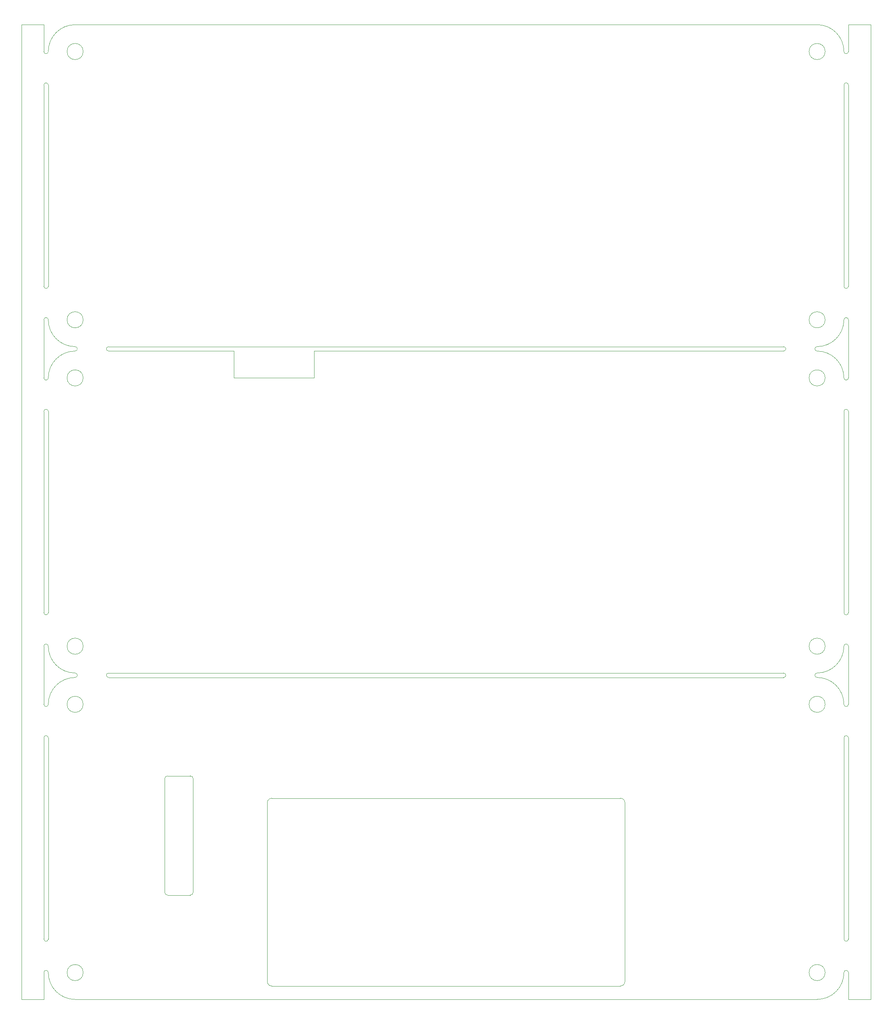
<source format=gm1>
G04 #@! TF.GenerationSoftware,KiCad,Pcbnew,7.0.8*
G04 #@! TF.CreationDate,2023-11-01T09:31:04+09:00*
G04 #@! TF.ProjectId,a5d27_handheld_console_pcb,61356432-375f-4686-916e-6468656c645f,rev?*
G04 #@! TF.SameCoordinates,Original*
G04 #@! TF.FileFunction,Profile,NP*
%FSLAX46Y46*%
G04 Gerber Fmt 4.6, Leading zero omitted, Abs format (unit mm)*
G04 Created by KiCad (PCBNEW 7.0.8) date 2023-11-01 09:31:04*
%MOMM*%
%LPD*%
G01*
G04 APERTURE LIST*
G04 #@! TA.AperFunction,Profile*
%ADD10C,0.100000*%
G04 #@! TD*
G04 APERTURE END LIST*
D10*
X238080000Y-130640000D02*
X238080000Y-124640000D01*
X108080000Y-298640000D02*
X108080000Y-338640000D01*
X65080000Y-124640000D02*
G75*
G03*
X59080000Y-130640000I0J-6000000D01*
G01*
X100580000Y-203640000D02*
X118580000Y-203640000D01*
X100580000Y-197640000D02*
X72580000Y-197640000D01*
X232882776Y-190640000D02*
G75*
G03*
X232882776Y-190640000I-1802776J0D01*
G01*
X58080000Y-130640000D02*
G75*
G03*
X59080000Y-130640000I500000J0D01*
G01*
X188080000Y-338640000D02*
X188080000Y-298640000D01*
X237080000Y-203640000D02*
G75*
G03*
X238080000Y-203640000I500000J0D01*
G01*
X66882776Y-130640000D02*
G75*
G03*
X66882776Y-130640000I-1802776J0D01*
G01*
X237080000Y-183140000D02*
X237080000Y-138140000D01*
X65080000Y-270640000D02*
G75*
G03*
X65080000Y-269640000I0J500000D01*
G01*
X72580000Y-196640000D02*
G75*
G03*
X72580000Y-197640000I0J-500000D01*
G01*
X243080000Y-124640000D02*
X238080000Y-124640000D01*
X58080000Y-211140000D02*
X58080000Y-256140000D01*
X58080000Y-256140000D02*
G75*
G03*
X59080000Y-256140000I500000J0D01*
G01*
X223580000Y-270640000D02*
G75*
G03*
X223580000Y-269640000I0J500000D01*
G01*
X238080000Y-256140000D02*
X238080000Y-211140000D01*
X237080000Y-276640000D02*
G75*
G03*
X238080000Y-276640000I500000J0D01*
G01*
X65080000Y-342640000D02*
X231080000Y-342640000D01*
X231080000Y-269640000D02*
G75*
G03*
X231080000Y-270640000I0J-500000D01*
G01*
X237080000Y-256140000D02*
G75*
G03*
X238080000Y-256140000I500000J0D01*
G01*
X237080000Y-276640000D02*
G75*
G03*
X231080000Y-270640000I-6000000J0D01*
G01*
X65080000Y-197640000D02*
G75*
G03*
X65080000Y-196640000I0J500000D01*
G01*
X238080000Y-263640000D02*
X238080000Y-276640000D01*
X231080000Y-342640000D02*
G75*
G03*
X237080000Y-336640000I0J6000000D01*
G01*
X238080000Y-336640000D02*
G75*
G03*
X237080000Y-336640000I-500000J0D01*
G01*
X237080000Y-329140000D02*
G75*
G03*
X238080000Y-329140000I500000J0D01*
G01*
X58080000Y-124640000D02*
X58080000Y-130640000D01*
X59080000Y-284140000D02*
G75*
G03*
X58080000Y-284140000I-500000J0D01*
G01*
X66882776Y-203640000D02*
G75*
G03*
X66882776Y-203640000I-1802776J0D01*
G01*
X58080000Y-263640000D02*
X58080000Y-276640000D01*
X100580000Y-197640000D02*
X100580000Y-203640000D01*
X238080000Y-263640000D02*
G75*
G03*
X237080000Y-263640000I-500000J0D01*
G01*
X90850000Y-319315000D02*
G75*
G03*
X91485000Y-318680000I0J635000D01*
G01*
X232882776Y-203640000D02*
G75*
G03*
X232882776Y-203640000I-1802776J0D01*
G01*
X59080000Y-190640000D02*
G75*
G03*
X58080000Y-190640000I-500000J0D01*
G01*
X66882776Y-336640000D02*
G75*
G03*
X66882776Y-336640000I-1802776J0D01*
G01*
X238080000Y-342640000D02*
X238080000Y-336640000D01*
X237080000Y-130640000D02*
G75*
G03*
X231080000Y-124640000I-6000000J0D01*
G01*
X65080000Y-270640000D02*
G75*
G03*
X59080000Y-276640000I0J-6000000D01*
G01*
X109080000Y-339640000D02*
X187080000Y-339640000D01*
X237080000Y-183140000D02*
G75*
G03*
X238080000Y-183140000I500000J0D01*
G01*
X231080000Y-196640000D02*
G75*
G03*
X237080000Y-190640000I0J6000000D01*
G01*
X59080000Y-329140000D02*
X59080000Y-284140000D01*
X238080000Y-190640000D02*
G75*
G03*
X237080000Y-190640000I-500000J0D01*
G01*
X237080000Y-203640000D02*
G75*
G03*
X231080000Y-197640000I-6000000J0D01*
G01*
X58080000Y-124640000D02*
X53080000Y-124640000D01*
X232882776Y-130640000D02*
G75*
G03*
X232882776Y-130640000I-1802776J0D01*
G01*
X58080000Y-284140000D02*
X58080000Y-329140000D01*
X238080000Y-183140000D02*
X238080000Y-138140000D01*
X91485000Y-318045000D02*
X91485000Y-318680000D01*
X237080000Y-256140000D02*
X237080000Y-211140000D01*
X223580000Y-197640000D02*
G75*
G03*
X223580000Y-196640000I0J500000D01*
G01*
X58080000Y-329140000D02*
G75*
G03*
X59080000Y-329140000I500000J0D01*
G01*
X58080000Y-203640000D02*
X58080000Y-190640000D01*
X232882776Y-263640000D02*
G75*
G03*
X232882776Y-263640000I-1802776J0D01*
G01*
X59080000Y-211140000D02*
G75*
G03*
X58080000Y-211140000I-500000J0D01*
G01*
X118580000Y-197640000D02*
X223580000Y-197640000D01*
X72580000Y-269640000D02*
G75*
G03*
X72580000Y-270640000I0J-500000D01*
G01*
X59080000Y-336640000D02*
G75*
G03*
X58080000Y-336640000I-500000J0D01*
G01*
X59080000Y-183140000D02*
X59080000Y-138140000D01*
X109080000Y-297640000D02*
G75*
G03*
X108080000Y-298640000I0J-1000000D01*
G01*
X59080000Y-263640000D02*
G75*
G03*
X65080000Y-269640000I6000000J0D01*
G01*
X66882776Y-263640000D02*
G75*
G03*
X66882776Y-263640000I-1802776J0D01*
G01*
X85770000Y-292645000D02*
X90850000Y-292645000D01*
X59080000Y-138140000D02*
G75*
G03*
X58080000Y-138140000I-500000J0D01*
G01*
X58080000Y-203640000D02*
G75*
G03*
X59080000Y-203640000I500000J0D01*
G01*
X85135000Y-318680000D02*
X85135000Y-293280000D01*
X118580000Y-203640000D02*
X118580000Y-197640000D01*
X90850000Y-319315000D02*
X85770000Y-319315000D01*
X187080000Y-339640000D02*
G75*
G03*
X188080000Y-338640000I0J1000000D01*
G01*
X59080000Y-190640000D02*
G75*
G03*
X65080000Y-196640000I6000000J0D01*
G01*
X237080000Y-130640000D02*
G75*
G03*
X238080000Y-130640000I500000J0D01*
G01*
X231080000Y-269640000D02*
G75*
G03*
X237080000Y-263640000I0J6000000D01*
G01*
X58080000Y-183140000D02*
G75*
G03*
X59080000Y-183140000I500000J0D01*
G01*
X243080000Y-342640000D02*
X243080000Y-124640000D01*
X238080000Y-284140000D02*
G75*
G03*
X237080000Y-284140000I-500000J0D01*
G01*
X232882776Y-336640000D02*
G75*
G03*
X232882776Y-336640000I-1802776J0D01*
G01*
X72580000Y-269640000D02*
X223580000Y-269640000D01*
X58080000Y-336640000D02*
X58080000Y-342640000D01*
X72580000Y-270640000D02*
X223580000Y-270640000D01*
X65080000Y-124640000D02*
X231080000Y-124640000D01*
X72580000Y-196640000D02*
X223580000Y-196640000D01*
X238080000Y-211140000D02*
G75*
G03*
X237080000Y-211140000I-500000J0D01*
G01*
X187080000Y-297640000D02*
X109080000Y-297640000D01*
X238080000Y-138140000D02*
G75*
G03*
X237080000Y-138140000I-500000J0D01*
G01*
X237080000Y-329140000D02*
X237080000Y-284140000D01*
X238080000Y-203640000D02*
X238080000Y-190640000D01*
X65080000Y-197640000D02*
G75*
G03*
X59080000Y-203640000I0J-6000000D01*
G01*
X85135000Y-318680000D02*
G75*
G03*
X85770000Y-319315000I635000J0D01*
G01*
X66882776Y-276640000D02*
G75*
G03*
X66882776Y-276640000I-1802776J0D01*
G01*
X59080000Y-336640000D02*
G75*
G03*
X65080000Y-342640000I6000000J0D01*
G01*
X66882776Y-190640000D02*
G75*
G03*
X66882776Y-190640000I-1802776J0D01*
G01*
X188080000Y-298640000D02*
G75*
G03*
X187080000Y-297640000I-1000000J0D01*
G01*
X91485000Y-293280000D02*
X91485000Y-318045000D01*
X91485000Y-293280000D02*
G75*
G03*
X90850000Y-292645000I-635000J0D01*
G01*
X238080000Y-329140000D02*
X238080000Y-284140000D01*
X59080000Y-256140000D02*
X59080000Y-211140000D01*
X53080000Y-342640000D02*
X58080000Y-342640000D01*
X231080000Y-196640000D02*
G75*
G03*
X231080000Y-197640000I0J-500000D01*
G01*
X58080000Y-276640000D02*
G75*
G03*
X59080000Y-276640000I500000J0D01*
G01*
X108080000Y-338640000D02*
G75*
G03*
X109080000Y-339640000I1000000J0D01*
G01*
X232882776Y-276640000D02*
G75*
G03*
X232882776Y-276640000I-1802776J0D01*
G01*
X59080000Y-263640000D02*
G75*
G03*
X58080000Y-263640000I-500000J0D01*
G01*
X58080000Y-138140000D02*
X58080000Y-183140000D01*
X53080000Y-124640000D02*
X53080000Y-342640000D01*
X238080000Y-342640000D02*
X243080000Y-342640000D01*
X85770000Y-292645000D02*
G75*
G03*
X85135000Y-293280000I0J-635000D01*
G01*
M02*

</source>
